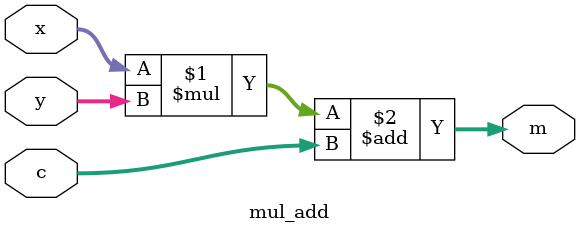
<source format=v>
module add( 
    x, y, c_in,
    s, c_out    
);

    parameter N = 2;

    input [N-1:0] x, y;
    input c_in;

    output [N-1:0] s;
    output c_out;

    assign {c_out, s} = x + y + c_in;    

endmodule

// N and M bit inputs, N+M bit output
module mul_add(
    x, y, c,
    m
);

    parameter N = 2;
    parameter M = 2;

    input [N-1:0] x, c;
    input [M-1:0] y;

    output [N+M-1:0] m;

    assign m = (x * y) + c;

endmodule
</source>
